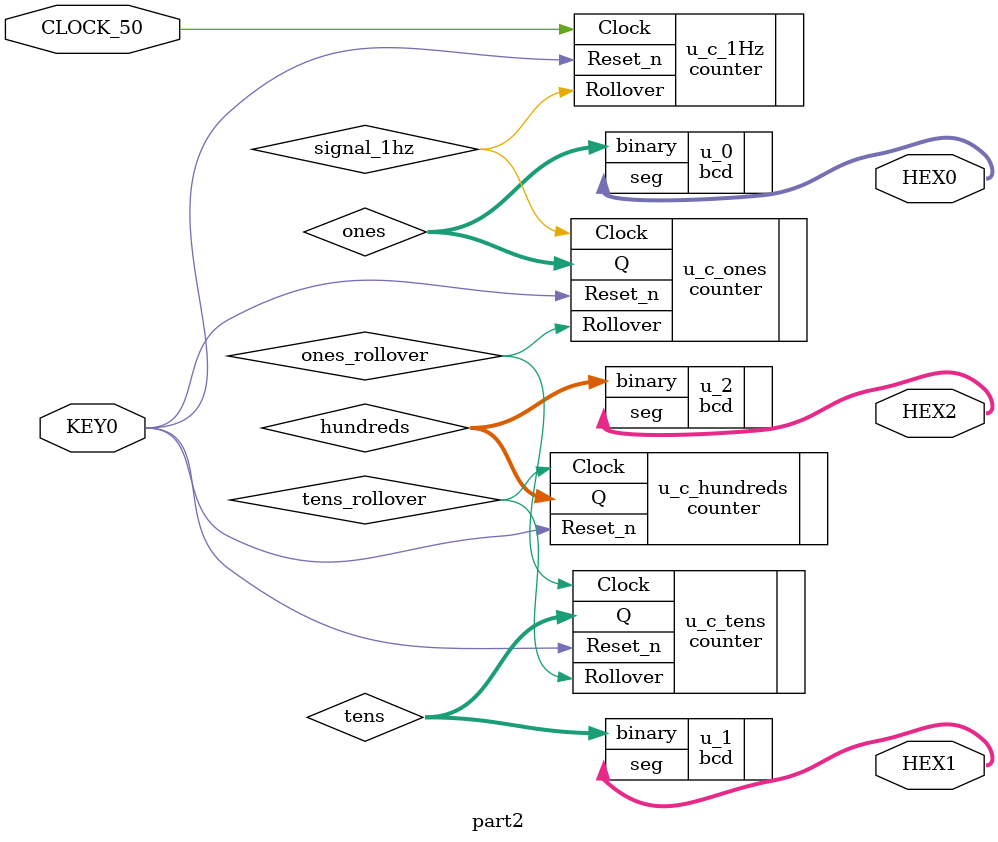
<source format=v>
module part2 (
	input 		 KEY0, 	  // Reset
	input 		 CLOCK_50, // 50 MHz
	output [0:6] HEX0, // Right-most display
	output [0:6] HEX1,
	output [0:6] HEX2  // Left-most display
);
	
	
	// 1 Hz clock generator
	wire signal_1hz;
	counter #(
		.n(26),
		.k(50_000_000)
	) u_c_1Hz (
		.Clock(CLOCK_50),
		.Reset_n(KEY0),
		.Rollover(signal_1hz)
	);
	
	// Ones digit
	wire [3:0] ones;
	wire       ones_rollover;
	counter #(
		.n(4),
		.k(10)
	) u_c_ones (
		.Clock(signal_1hz),
		.Reset_n(KEY0),
		.Rollover(ones_rollover),
		.Q(ones)
	);
	
	// Tens digit
	wire [3:0] tens;
	wire       tens_rollover;
	counter #(
		.n(4),
		.k(10)
	) u_c_tens (
		.Clock(ones_rollover),
		.Reset_n(KEY0),
		.Rollover(tens_rollover),
		.Q(tens)
	);
	
	// Hundreds digit
	wire [3:0] hundreds;
	wire       hundreds_rollover;
	counter #(
		.n(4),
		.k(10)
	) u_c_hundreds (
		.Clock(tens_rollover),
		.Reset_n(KEY0),
		.Q(hundreds)
	);
	
	bcd u_0 (.binary(ones), .seg(HEX0));
	bcd u_1 (.binary(tens), .seg(HEX1));
	bcd u_2 (.binary(hundreds), .seg(HEX2));
	
endmodule
</source>
